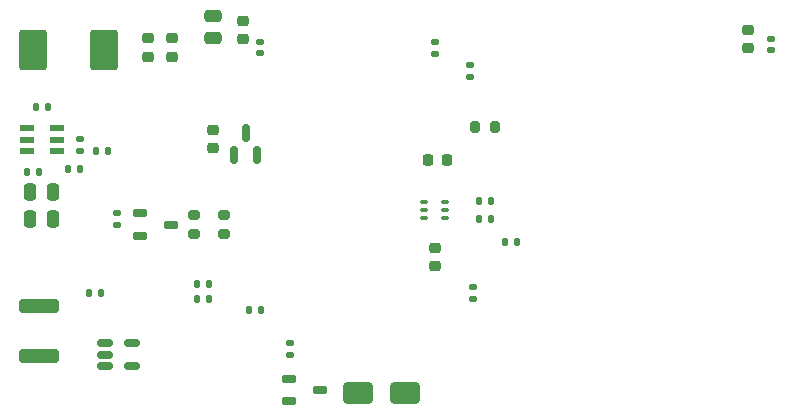
<source format=gbr>
%TF.GenerationSoftware,KiCad,Pcbnew,8.0.6*%
%TF.CreationDate,2025-02-05T16:39:24-07:00*%
%TF.ProjectId,PACS_1.0,50414353-5f31-42e3-902e-6b696361645f,rev?*%
%TF.SameCoordinates,Original*%
%TF.FileFunction,Paste,Top*%
%TF.FilePolarity,Positive*%
%FSLAX46Y46*%
G04 Gerber Fmt 4.6, Leading zero omitted, Abs format (unit mm)*
G04 Created by KiCad (PCBNEW 8.0.6) date 2025-02-05 16:39:24*
%MOMM*%
%LPD*%
G01*
G04 APERTURE LIST*
G04 Aperture macros list*
%AMRoundRect*
0 Rectangle with rounded corners*
0 $1 Rounding radius*
0 $2 $3 $4 $5 $6 $7 $8 $9 X,Y pos of 4 corners*
0 Add a 4 corners polygon primitive as box body*
4,1,4,$2,$3,$4,$5,$6,$7,$8,$9,$2,$3,0*
0 Add four circle primitives for the rounded corners*
1,1,$1+$1,$2,$3*
1,1,$1+$1,$4,$5*
1,1,$1+$1,$6,$7*
1,1,$1+$1,$8,$9*
0 Add four rect primitives between the rounded corners*
20,1,$1+$1,$2,$3,$4,$5,0*
20,1,$1+$1,$4,$5,$6,$7,0*
20,1,$1+$1,$6,$7,$8,$9,0*
20,1,$1+$1,$8,$9,$2,$3,0*%
G04 Aperture macros list end*
%ADD10RoundRect,0.140000X-0.140000X-0.170000X0.140000X-0.170000X0.140000X0.170000X-0.140000X0.170000X0*%
%ADD11RoundRect,0.135000X-0.135000X-0.185000X0.135000X-0.185000X0.135000X0.185000X-0.135000X0.185000X0*%
%ADD12RoundRect,0.200000X0.200000X0.275000X-0.200000X0.275000X-0.200000X-0.275000X0.200000X-0.275000X0*%
%ADD13RoundRect,0.150000X0.150000X-0.587500X0.150000X0.587500X-0.150000X0.587500X-0.150000X-0.587500X0*%
%ADD14RoundRect,0.135000X-0.185000X0.135000X-0.185000X-0.135000X0.185000X-0.135000X0.185000X0.135000X0*%
%ADD15RoundRect,0.225000X0.250000X-0.225000X0.250000X0.225000X-0.250000X0.225000X-0.250000X-0.225000X0*%
%ADD16RoundRect,0.075000X-0.250000X-0.075000X0.250000X-0.075000X0.250000X0.075000X-0.250000X0.075000X0*%
%ADD17RoundRect,0.135000X0.135000X0.185000X-0.135000X0.185000X-0.135000X-0.185000X0.135000X-0.185000X0*%
%ADD18RoundRect,0.250000X-0.250000X-0.475000X0.250000X-0.475000X0.250000X0.475000X-0.250000X0.475000X0*%
%ADD19RoundRect,0.225000X-0.225000X-0.250000X0.225000X-0.250000X0.225000X0.250000X-0.225000X0.250000X0*%
%ADD20RoundRect,0.225000X-0.250000X0.225000X-0.250000X-0.225000X0.250000X-0.225000X0.250000X0.225000X0*%
%ADD21RoundRect,0.162500X-0.447500X-0.162500X0.447500X-0.162500X0.447500X0.162500X-0.447500X0.162500X0*%
%ADD22RoundRect,0.140000X0.140000X0.170000X-0.140000X0.170000X-0.140000X-0.170000X0.140000X-0.170000X0*%
%ADD23RoundRect,0.250000X1.000000X0.650000X-1.000000X0.650000X-1.000000X-0.650000X1.000000X-0.650000X0*%
%ADD24RoundRect,0.073750X-0.551250X-0.221250X0.551250X-0.221250X0.551250X0.221250X-0.551250X0.221250X0*%
%ADD25RoundRect,0.250000X-1.450000X0.312500X-1.450000X-0.312500X1.450000X-0.312500X1.450000X0.312500X0*%
%ADD26RoundRect,0.200000X0.275000X-0.200000X0.275000X0.200000X-0.275000X0.200000X-0.275000X-0.200000X0*%
%ADD27RoundRect,0.135000X0.185000X-0.135000X0.185000X0.135000X-0.185000X0.135000X-0.185000X-0.135000X0*%
%ADD28RoundRect,0.140000X-0.170000X0.140000X-0.170000X-0.140000X0.170000X-0.140000X0.170000X0.140000X0*%
%ADD29RoundRect,0.140000X0.170000X-0.140000X0.170000X0.140000X-0.170000X0.140000X-0.170000X-0.140000X0*%
%ADD30RoundRect,0.250000X0.475000X-0.250000X0.475000X0.250000X-0.475000X0.250000X-0.475000X-0.250000X0*%
%ADD31RoundRect,0.235000X-0.940000X-1.465000X0.940000X-1.465000X0.940000X1.465000X-0.940000X1.465000X0*%
%ADD32RoundRect,0.150000X-0.512500X-0.150000X0.512500X-0.150000X0.512500X0.150000X-0.512500X0.150000X0*%
G04 APERTURE END LIST*
D10*
%TO.C,C7*%
X149520000Y-85500000D03*
X150480000Y-85500000D03*
%TD*%
D11*
%TO.C,R13*%
X168240000Y-97250000D03*
X169260000Y-97250000D03*
%TD*%
%TO.C,R15*%
X189990000Y-91500000D03*
X191010000Y-91500000D03*
%TD*%
D12*
%TO.C,R1*%
X189075000Y-81750000D03*
X187425000Y-81750000D03*
%TD*%
D13*
%TO.C,U5*%
X167050000Y-84125000D03*
X168950000Y-84125000D03*
X168000000Y-82250000D03*
%TD*%
D14*
%TO.C,R14*%
X171750000Y-99990000D03*
X171750000Y-101010000D03*
%TD*%
D15*
%TO.C,C3*%
X167750000Y-74275000D03*
X167750000Y-72725000D03*
%TD*%
D16*
%TO.C,U6*%
X183100000Y-88100000D03*
X183100000Y-88750000D03*
X183100000Y-89400000D03*
X184900000Y-89400000D03*
X184900000Y-88750000D03*
X184900000Y-88100000D03*
%TD*%
D17*
%TO.C,R6*%
X154010000Y-85250000D03*
X152990000Y-85250000D03*
%TD*%
D18*
%TO.C,C6*%
X149750000Y-87250000D03*
X151650000Y-87250000D03*
%TD*%
D14*
%TO.C,R17*%
X184000000Y-74490000D03*
X184000000Y-75510000D03*
%TD*%
D19*
%TO.C,C1*%
X183475000Y-84500000D03*
X185025000Y-84500000D03*
%TD*%
D20*
%TO.C,C11*%
X165250000Y-81975000D03*
X165250000Y-83525000D03*
%TD*%
D17*
%TO.C,R4*%
X155760000Y-95750000D03*
X154740000Y-95750000D03*
%TD*%
D21*
%TO.C,U3*%
X159080000Y-89050000D03*
X159080000Y-90950000D03*
X161700000Y-90000000D03*
%TD*%
D22*
%TO.C,C8*%
X151230000Y-80000000D03*
X150270000Y-80000000D03*
%TD*%
D15*
%TO.C,C12*%
X184070000Y-93525000D03*
X184070000Y-91975000D03*
%TD*%
D14*
%TO.C,R18*%
X187250000Y-95240000D03*
X187250000Y-96260000D03*
%TD*%
D20*
%TO.C,C10*%
X161750000Y-74225000D03*
X161750000Y-75775000D03*
%TD*%
D23*
%TO.C,CR1*%
X181500000Y-104250000D03*
X177500000Y-104250000D03*
%TD*%
D24*
%TO.C,U4*%
X149490000Y-81850000D03*
X149490000Y-82800000D03*
X149490000Y-83750000D03*
X152000000Y-83750000D03*
X152000000Y-82800000D03*
X152000000Y-81850000D03*
%TD*%
D15*
%TO.C,C14*%
X210500000Y-75025000D03*
X210500000Y-73475000D03*
%TD*%
D25*
%TO.C,F1*%
X150500000Y-96862500D03*
X150500000Y-101137500D03*
%TD*%
D20*
%TO.C,C9*%
X159750000Y-74225000D03*
X159750000Y-75775000D03*
%TD*%
D17*
%TO.C,R2*%
X188760000Y-89500000D03*
X187740000Y-89500000D03*
%TD*%
D26*
%TO.C,R12*%
X166140000Y-90825000D03*
X166140000Y-89175000D03*
%TD*%
D27*
%TO.C,R9*%
X157140000Y-90010000D03*
X157140000Y-88990000D03*
%TD*%
D18*
%TO.C,C5*%
X149750000Y-89500000D03*
X151650000Y-89500000D03*
%TD*%
D28*
%TO.C,C4*%
X169250000Y-74500000D03*
X169250000Y-75460000D03*
%TD*%
D26*
%TO.C,R11*%
X163640000Y-90825000D03*
X163640000Y-89175000D03*
%TD*%
D29*
%TO.C,C13*%
X212500000Y-75230000D03*
X212500000Y-74270000D03*
%TD*%
D11*
%TO.C,R7*%
X163880000Y-95000000D03*
X164900000Y-95000000D03*
%TD*%
D17*
%TO.C,R5*%
X164900000Y-96250000D03*
X163880000Y-96250000D03*
%TD*%
%TO.C,R3*%
X188760000Y-88000000D03*
X187740000Y-88000000D03*
%TD*%
D21*
%TO.C,Q2*%
X171690000Y-103050000D03*
X171690000Y-104950000D03*
X174310000Y-104000000D03*
%TD*%
D30*
%TO.C,C2*%
X165250000Y-74200000D03*
X165250000Y-72300000D03*
%TD*%
D31*
%TO.C,L1*%
X149975000Y-75250000D03*
X156025000Y-75250000D03*
%TD*%
D11*
%TO.C,R8*%
X155290000Y-83750000D03*
X156310000Y-83750000D03*
%TD*%
D27*
%TO.C,R16*%
X187000000Y-77510000D03*
X187000000Y-76490000D03*
%TD*%
D32*
%TO.C,U2*%
X156112500Y-100050000D03*
X156112500Y-101000000D03*
X156112500Y-101950000D03*
X158387500Y-101950000D03*
X158387500Y-100050000D03*
%TD*%
D27*
%TO.C,R10*%
X154000000Y-83760000D03*
X154000000Y-82740000D03*
%TD*%
M02*

</source>
